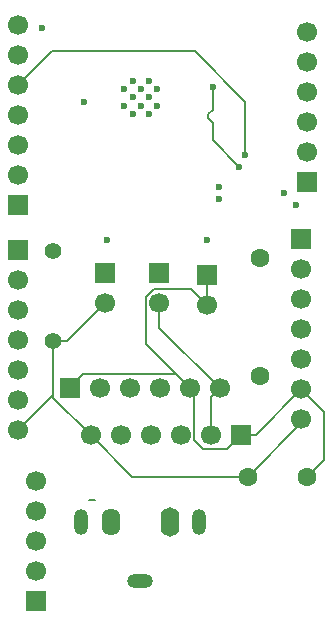
<source format=gbr>
%TF.GenerationSoftware,KiCad,Pcbnew,9.0.7*%
%TF.CreationDate,2026-02-12T01:51:18+01:00*%
%TF.ProjectId,ESP_catphones,4553505f-6361-4747-9068-6f6e65732e6b,rev?*%
%TF.SameCoordinates,Original*%
%TF.FileFunction,Copper,L2,Inr*%
%TF.FilePolarity,Positive*%
%FSLAX46Y46*%
G04 Gerber Fmt 4.6, Leading zero omitted, Abs format (unit mm)*
G04 Created by KiCad (PCBNEW 9.0.7) date 2026-02-12 01:51:18*
%MOMM*%
%LPD*%
G01*
G04 APERTURE LIST*
%TA.AperFunction,ComponentPad*%
%ADD10O,1.600000X2.500000*%
%TD*%
%TA.AperFunction,ComponentPad*%
%ADD11O,1.200000X2.200000*%
%TD*%
%TA.AperFunction,ComponentPad*%
%ADD12O,2.200000X1.200000*%
%TD*%
%TA.AperFunction,ComponentPad*%
%ADD13O,1.600000X2.300000*%
%TD*%
%TA.AperFunction,ComponentPad*%
%ADD14C,1.700000*%
%TD*%
%TA.AperFunction,ComponentPad*%
%ADD15R,1.700000X1.700000*%
%TD*%
%TA.AperFunction,HeatsinkPad*%
%ADD16C,0.600000*%
%TD*%
%TA.AperFunction,ComponentPad*%
%ADD17C,1.600000*%
%TD*%
%TA.AperFunction,ComponentPad*%
%ADD18C,1.400000*%
%TD*%
%TA.AperFunction,ViaPad*%
%ADD19C,0.600000*%
%TD*%
%TA.AperFunction,Conductor*%
%ADD20C,0.200000*%
%TD*%
G04 APERTURE END LIST*
D10*
%TO.N,N/C*%
%TO.C,J10*%
X27835413Y-60369717D03*
D11*
%TO.N,Net-(J11-Pin_4)*%
X30335413Y-60369717D03*
D12*
%TO.N,Net-(J11-Pin_1)*%
X25335413Y-65369717D03*
D13*
%TO.N,N/C*%
X22835413Y-60369717D03*
D11*
X20335413Y-60369717D03*
%TD*%
D14*
%TO.N,GND*%
%TO.C,J8*%
X39500000Y-18840000D03*
%TO.N,Net-(J8-Pin_5)*%
X39500000Y-21380000D03*
%TO.N,Net-(J8-Pin_4)*%
X39500000Y-23920000D03*
%TO.N,Net-(J8-Pin_3)*%
X39500000Y-26460000D03*
%TO.N,Net-(J8-Pin_2)*%
X39500000Y-29000000D03*
D15*
%TO.N,Net-(J8-Pin_1)*%
X39500000Y-31540000D03*
%TD*%
D14*
%TO.N,+3V3*%
%TO.C,J7*%
X15000000Y-52580000D03*
%TO.N,GND*%
X15000000Y-50040000D03*
%TO.N,unconnected-(J7-Pin_5-Pad5)*%
X15000000Y-47500000D03*
%TO.N,unconnected-(J7-Pin_4-Pad4)*%
X15000000Y-44960000D03*
%TO.N,Net-(J7-Pin_3)*%
X15000000Y-42420000D03*
%TO.N,Net-(J7-Pin_2)*%
X15000000Y-39880000D03*
D15*
%TO.N,Net-(J7-Pin_1)*%
X15000000Y-37340000D03*
%TD*%
D16*
%TO.N,GND*%
%TO.C,U1*%
X26800000Y-25100000D03*
X26800000Y-23700000D03*
X26100000Y-25800000D03*
X26100000Y-24400000D03*
X26100000Y-23000000D03*
X25400000Y-25100000D03*
X25400000Y-23700000D03*
X24700000Y-25800000D03*
X24700000Y-24400000D03*
X24700000Y-23000000D03*
X24000000Y-25100000D03*
X24000000Y-23700000D03*
%TD*%
D15*
%TO.N,GND*%
%TO.C,J2*%
X31000000Y-39460000D03*
D14*
X31000000Y-42000000D03*
%TD*%
D17*
%TO.N,Net-(J1-Pin_5)*%
%TO.C,C1*%
X35500000Y-48000000D03*
%TO.N,Net-(U1-EN)*%
X35500000Y-38000000D03*
%TD*%
D15*
%TO.N,+5V*%
%TO.C,J4*%
X26960000Y-39250000D03*
D14*
X26960000Y-41790000D03*
%TD*%
D15*
%TO.N,Net-(J6-Pin_1)*%
%TO.C,J6*%
X39000000Y-36420000D03*
D14*
%TO.N,Net-(J6-Pin_2)*%
X39000000Y-38960000D03*
%TO.N,Net-(J6-Pin_3)*%
X39000000Y-41500000D03*
%TO.N,unconnected-(J6-Pin_4-Pad4)*%
X39000000Y-44040000D03*
%TO.N,unconnected-(J6-Pin_5-Pad5)*%
X39000000Y-46580000D03*
%TO.N,GND*%
X39000000Y-49120000D03*
%TO.N,+3V3*%
X39000000Y-51660000D03*
%TD*%
D15*
%TO.N,GND*%
%TO.C,J5*%
X19380000Y-49000000D03*
D14*
%TO.N,Net-(J5-Pin_2)*%
X21920000Y-49000000D03*
%TO.N,Net-(J5-Pin_3)*%
X24460000Y-49000000D03*
%TO.N,Net-(J5-Pin_4)*%
X27000000Y-49000000D03*
%TO.N,GND*%
X29540000Y-49000000D03*
%TO.N,+5V*%
X32080000Y-49000000D03*
%TD*%
D18*
%TO.N,+3V3*%
%TO.C,R1*%
X18000000Y-45000000D03*
%TO.N,Net-(U1-EN)*%
X18000000Y-37380000D03*
%TD*%
D15*
%TO.N,+3V3*%
%TO.C,J3*%
X22370000Y-39250000D03*
D14*
X22370000Y-41790000D03*
%TD*%
D15*
%TO.N,Net-(J9-Pin_1)*%
%TO.C,J9*%
X15000000Y-33500000D03*
D14*
%TO.N,Net-(J9-Pin_2)*%
X15000000Y-30960000D03*
%TO.N,Net-(J9-Pin_3)*%
X15000000Y-28420000D03*
%TO.N,Net-(J9-Pin_4)*%
X15000000Y-25880000D03*
%TO.N,Net-(J9-Pin_5)*%
X15000000Y-23340000D03*
%TO.N,Net-(J9-Pin_6)*%
X15000000Y-20800000D03*
%TO.N,Net-(J9-Pin_7)*%
X15000000Y-18260000D03*
%TD*%
D15*
%TO.N,GND*%
%TO.C,J1*%
X33850000Y-53000000D03*
D14*
%TO.N,+5V*%
X31310000Y-53000000D03*
%TO.N,Net-(J1-Pin_3)*%
X28770000Y-53000000D03*
%TO.N,Net-(J1-Pin_4)*%
X26230000Y-53000000D03*
%TO.N,Net-(J1-Pin_5)*%
X23690000Y-53000000D03*
%TO.N,+3V3*%
X21150000Y-53000000D03*
%TD*%
D17*
%TO.N,+3V3*%
%TO.C,C2*%
X34500000Y-56500000D03*
%TO.N,GND*%
X39500000Y-56500000D03*
%TD*%
D15*
%TO.N,Net-(J11-Pin_1)*%
%TO.C,J11*%
X16500000Y-67040000D03*
D14*
%TO.N,N/C*%
X16500000Y-64500000D03*
X16500000Y-61960000D03*
%TO.N,Net-(J11-Pin_4)*%
X16500000Y-59420000D03*
%TO.N,N/C*%
X16500000Y-56880000D03*
%TD*%
D19*
%TO.N,Net-(J9-Pin_4)*%
X33750000Y-30250000D03*
%TO.N,Net-(J9-Pin_5)*%
X34250000Y-29250000D03*
%TO.N,Net-(J9-Pin_4)*%
X31500000Y-23500000D03*
%TO.N,Net-(U1-EN)*%
X38500000Y-33500000D03*
%TO.N,+3V3*%
X17000000Y-18500000D03*
%TO.N,Net-(U1-EN)*%
X20612307Y-24806932D03*
%TO.N,Net-(J7-Pin_3)*%
X31000000Y-36500000D03*
%TO.N,Net-(J7-Pin_1)*%
X22500000Y-36500000D03*
%TO.N,Net-(J9-Pin_2)*%
X37500000Y-32500000D03*
%TO.N,Net-(J6-Pin_3)*%
X32000000Y-33000000D03*
%TO.N,Net-(J6-Pin_2)*%
X32000000Y-32000000D03*
%TD*%
D20*
%TO.N,*%
X21500000Y-58500000D02*
X21000000Y-58500000D01*
%TO.N,GND*%
X29540000Y-49000000D02*
X25809000Y-45269000D01*
X26483240Y-40639000D02*
X29639000Y-40639000D01*
X25809000Y-45269000D02*
X25809000Y-41313240D01*
X25809000Y-41313240D02*
X26483240Y-40639000D01*
X29639000Y-40639000D02*
X31000000Y-42000000D01*
%TO.N,+3V3*%
X21150000Y-53000000D02*
X18000000Y-49850000D01*
X18000000Y-49850000D02*
X18000000Y-45000000D01*
%TO.N,Net-(J9-Pin_4)*%
X31500000Y-28000000D02*
X31500000Y-26565686D01*
X31500000Y-26565686D02*
X31100000Y-26165686D01*
X31100000Y-25834314D02*
X31500000Y-25434314D01*
%TO.N,Net-(J9-Pin_5)*%
X17840000Y-20500000D02*
X15000000Y-23340000D01*
%TO.N,Net-(J9-Pin_4)*%
X33750000Y-30250000D02*
X31500000Y-28000000D01*
X31100000Y-26165686D02*
X31100000Y-25834314D01*
X31500000Y-25434314D02*
X31500000Y-23500000D01*
%TO.N,Net-(J9-Pin_5)*%
X34250000Y-29250000D02*
X34250000Y-24750000D01*
X34250000Y-24750000D02*
X30000000Y-20500000D01*
X30000000Y-20500000D02*
X17840000Y-20500000D01*
%TO.N,+3V3*%
X18000000Y-45000000D02*
X19160000Y-45000000D01*
X19160000Y-45000000D02*
X22370000Y-41790000D01*
X15000000Y-52580000D02*
X18000000Y-49580000D01*
X18000000Y-49580000D02*
X18000000Y-45000000D01*
X34500000Y-56500000D02*
X39000000Y-52000000D01*
X39000000Y-52000000D02*
X39000000Y-51660000D01*
X24650000Y-56500000D02*
X34500000Y-56500000D01*
X21150000Y-53000000D02*
X24650000Y-56500000D01*
%TO.N,GND*%
X31000000Y-42000000D02*
X31000000Y-39460000D01*
X28389000Y-47849000D02*
X29540000Y-49000000D01*
X19380000Y-49000000D02*
X20531000Y-47849000D01*
X20531000Y-47849000D02*
X28389000Y-47849000D01*
%TO.N,+5V*%
X26960000Y-43880000D02*
X26960000Y-41790000D01*
X32080000Y-49000000D02*
X26960000Y-43880000D01*
X31310000Y-53000000D02*
X31310000Y-49770000D01*
X31310000Y-49770000D02*
X32080000Y-49000000D01*
%TO.N,GND*%
X33850000Y-53000000D02*
X32699000Y-54151000D01*
X29921000Y-53421000D02*
X29921000Y-49381000D01*
X29921000Y-49381000D02*
X29540000Y-49000000D01*
X30651000Y-54151000D02*
X29921000Y-53421000D01*
X32699000Y-54151000D02*
X30651000Y-54151000D01*
X35120000Y-53000000D02*
X39000000Y-49120000D01*
X33850000Y-53000000D02*
X35120000Y-53000000D01*
X40899000Y-55101000D02*
X39500000Y-56500000D01*
X39000000Y-49120000D02*
X40899000Y-51019000D01*
X40899000Y-51019000D02*
X40899000Y-55101000D01*
%TD*%
M02*

</source>
